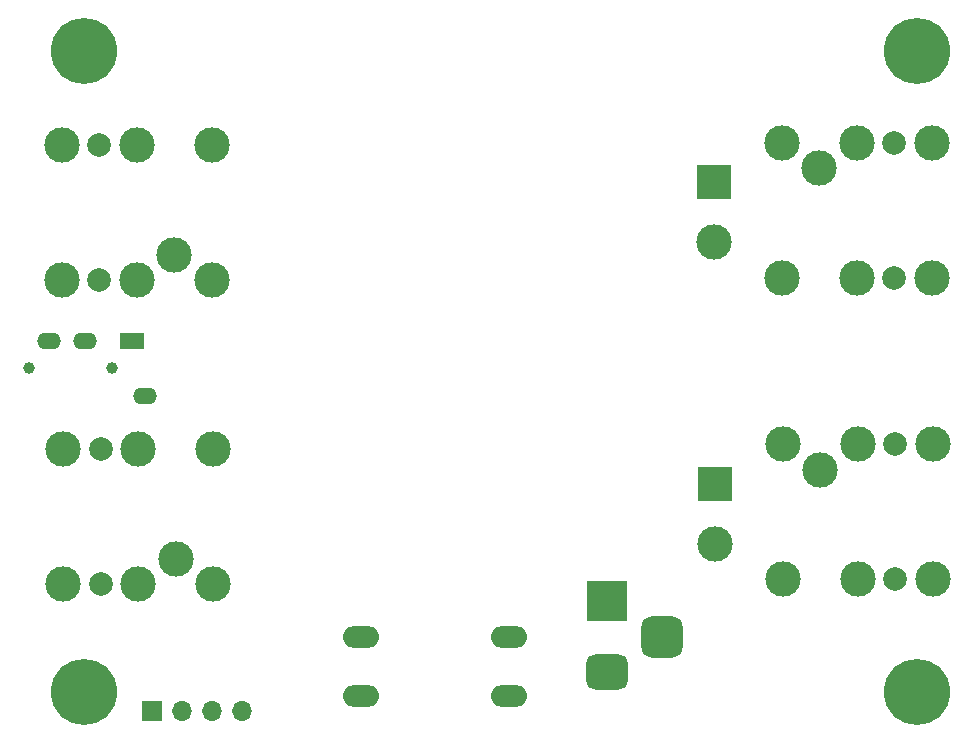
<source format=gbr>
%TF.GenerationSoftware,KiCad,Pcbnew,7.0.7*%
%TF.CreationDate,2024-04-25T11:27:23-04:00*%
%TF.ProjectId,TPA3116_breakout_v1,54504133-3131-4365-9f62-7265616b6f75,rev?*%
%TF.SameCoordinates,Original*%
%TF.FileFunction,Soldermask,Bot*%
%TF.FilePolarity,Negative*%
%FSLAX46Y46*%
G04 Gerber Fmt 4.6, Leading zero omitted, Abs format (unit mm)*
G04 Created by KiCad (PCBNEW 7.0.7) date 2024-04-25 11:27:23*
%MOMM*%
%LPD*%
G01*
G04 APERTURE LIST*
G04 Aperture macros list*
%AMRoundRect*
0 Rectangle with rounded corners*
0 $1 Rounding radius*
0 $2 $3 $4 $5 $6 $7 $8 $9 X,Y pos of 4 corners*
0 Add a 4 corners polygon primitive as box body*
4,1,4,$2,$3,$4,$5,$6,$7,$8,$9,$2,$3,0*
0 Add four circle primitives for the rounded corners*
1,1,$1+$1,$2,$3*
1,1,$1+$1,$4,$5*
1,1,$1+$1,$6,$7*
1,1,$1+$1,$8,$9*
0 Add four rect primitives between the rounded corners*
20,1,$1+$1,$2,$3,$4,$5,0*
20,1,$1+$1,$4,$5,$6,$7,0*
20,1,$1+$1,$6,$7,$8,$9,0*
20,1,$1+$1,$8,$9,$2,$3,0*%
G04 Aperture macros list end*
%ADD10C,5.600000*%
%ADD11O,1.700000X1.700000*%
%ADD12R,1.700000X1.700000*%
%ADD13C,3.000000*%
%ADD14C,2.000000*%
%ADD15R,3.000000X3.000000*%
%ADD16R,3.500000X3.500000*%
%ADD17RoundRect,0.750000X1.000000X-0.750000X1.000000X0.750000X-1.000000X0.750000X-1.000000X-0.750000X0*%
%ADD18RoundRect,0.875000X0.875000X-0.875000X0.875000X0.875000X-0.875000X0.875000X-0.875000X-0.875000X0*%
%ADD19O,3.048000X1.850000*%
%ADD20C,1.000000*%
%ADD21O,2.000000X1.400000*%
%ADD22R,2.000000X1.400000*%
G04 APERTURE END LIST*
D10*
%TO.C,H4*%
X176500000Y-55000000D03*
%TD*%
%TO.C,H1*%
X106000000Y-109300000D03*
%TD*%
D11*
%TO.C,J9*%
X119400000Y-110900000D03*
X116860000Y-110900000D03*
X114320000Y-110900000D03*
D12*
X111780000Y-110900000D03*
%TD*%
D13*
%TO.C,J2*%
X113650000Y-72270000D03*
D14*
X107300000Y-74400000D03*
X107300000Y-62970000D03*
D13*
X110450000Y-74400000D03*
X110450000Y-62970000D03*
X104100000Y-74400000D03*
X104100000Y-62970000D03*
X116800000Y-74400000D03*
X116800000Y-62970000D03*
%TD*%
D15*
%TO.C,J8*%
X159400000Y-91660000D03*
D13*
X159400000Y-96740000D03*
%TD*%
D15*
%TO.C,J7*%
X159300000Y-66060000D03*
D13*
X159300000Y-71140000D03*
%TD*%
D10*
%TO.C,H2*%
X176500000Y-109300000D03*
%TD*%
D13*
%TO.C,J6*%
X168300000Y-90445000D03*
D14*
X174650000Y-88315000D03*
X174650000Y-99745000D03*
D13*
X171500000Y-88315000D03*
X171500000Y-99745000D03*
X177850000Y-88315000D03*
X177850000Y-99745000D03*
X165150000Y-88315000D03*
X165150000Y-99745000D03*
%TD*%
D16*
%TO.C,J4*%
X150240000Y-101600000D03*
D17*
X150240000Y-107600000D03*
D18*
X154940000Y-104600000D03*
%TD*%
D10*
%TO.C,H3*%
X106000000Y-55000000D03*
%TD*%
D13*
%TO.C,J3*%
X113750000Y-98000000D03*
D14*
X107400000Y-100130000D03*
X107400000Y-88700000D03*
D13*
X110550000Y-100130000D03*
X110550000Y-88700000D03*
X104200000Y-100130000D03*
X104200000Y-88700000D03*
X116900000Y-100130000D03*
X116900000Y-88700000D03*
%TD*%
D19*
%TO.C,SW1*%
X141960000Y-109600000D03*
X129460000Y-109600000D03*
X141960000Y-104600000D03*
X129460000Y-104600000D03*
%TD*%
D13*
%TO.C,J5*%
X168250000Y-64925000D03*
D14*
X174600000Y-62795000D03*
X174600000Y-74225000D03*
D13*
X171450000Y-62795000D03*
X171450000Y-74225000D03*
X177800000Y-62795000D03*
X177800000Y-74225000D03*
X165100000Y-62795000D03*
X165100000Y-74225000D03*
%TD*%
D20*
%TO.C,J1*%
X101350000Y-81882500D03*
X108350000Y-81882500D03*
D21*
X111150000Y-84182500D03*
X106050000Y-79582500D03*
X103050000Y-79582500D03*
D22*
X110050000Y-79582500D03*
%TD*%
M02*

</source>
